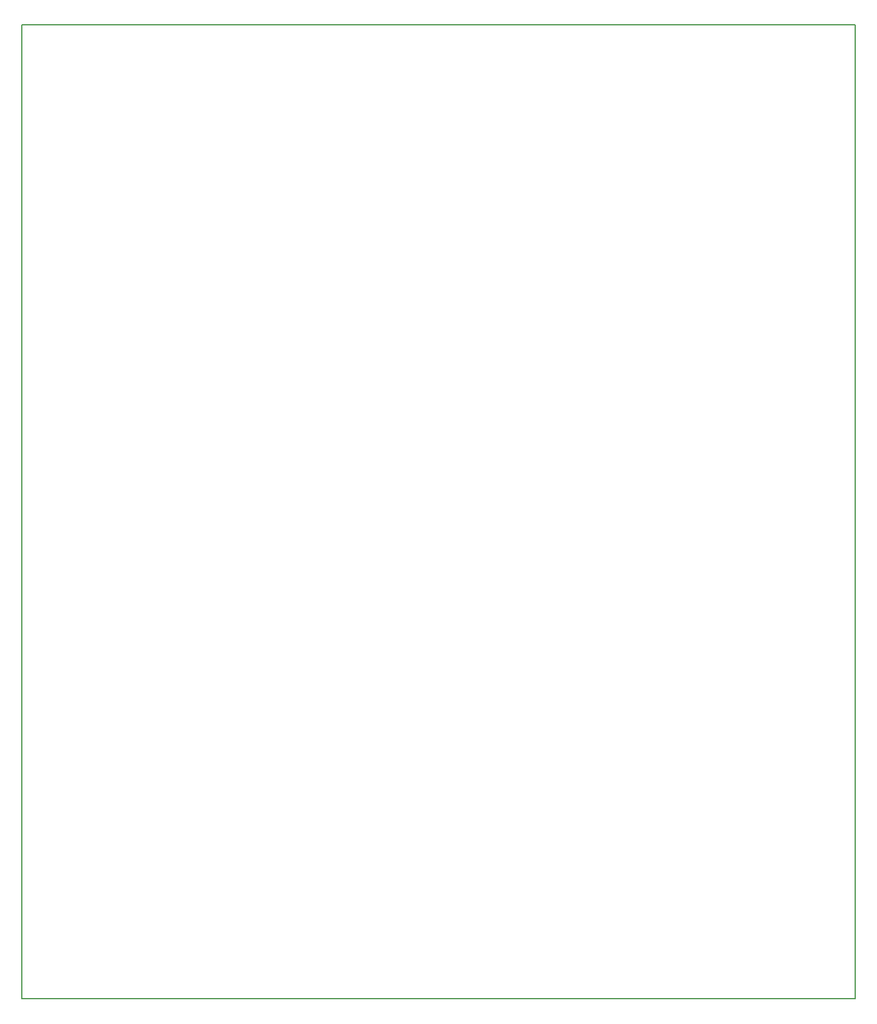
<source format=gm1>
G04 MADE WITH FRITZING*
G04 WWW.FRITZING.ORG*
G04 SINGLE SIDED*
G04 HOLES NOT PLATED*
G04 CONTOUR ON CENTER OF CONTOUR VECTOR*
%ASAXBY*%
%FSLAX23Y23*%
%MOIN*%
%OFA0B0*%
%SFA1.0B1.0*%
%ADD10R,4.724420X5.511820*%
%ADD11C,0.008000*%
%ADD10C,0.008*%
%LNCONTOUR*%
G90*
G70*
G54D10*
G54D11*
X4Y5508D02*
X4720Y5508D01*
X4720Y4D01*
X4Y4D01*
X4Y5508D01*
D02*
G04 End of contour*
M02*
</source>
